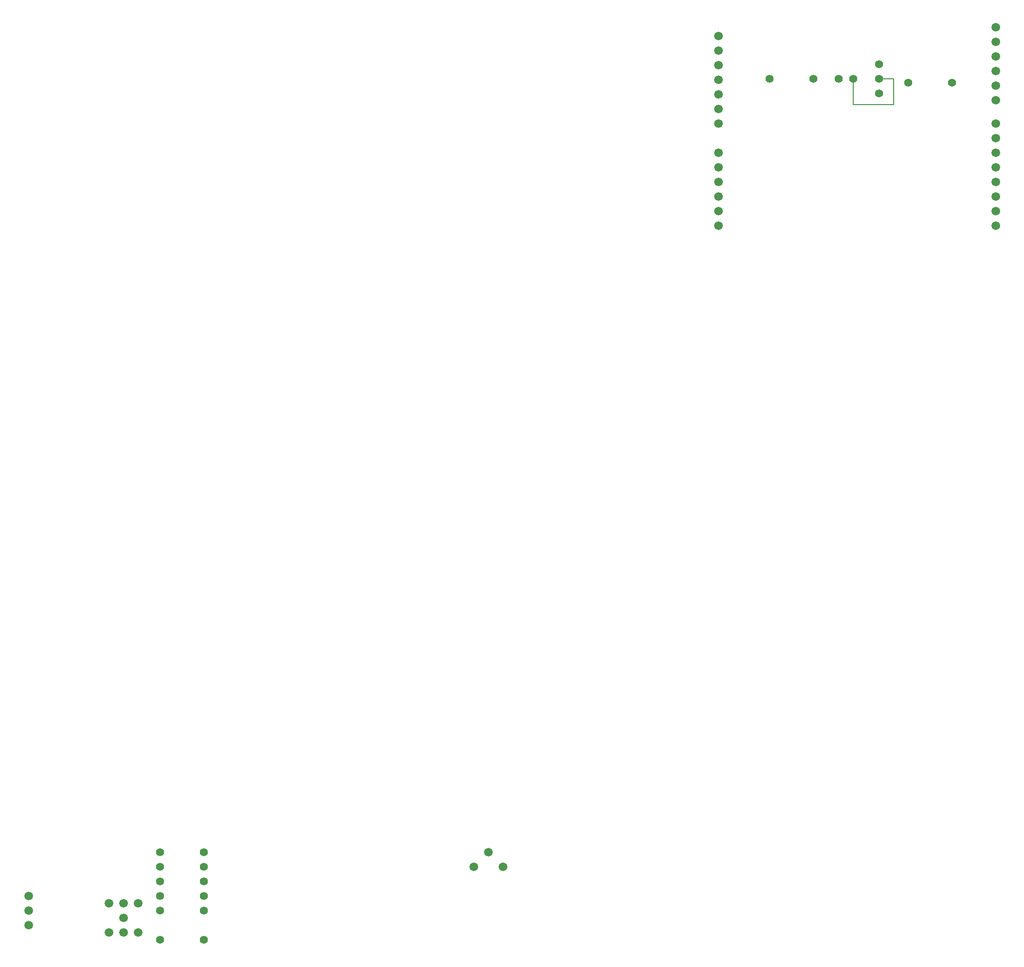
<source format=gbr>
G04 EAGLE Gerber RS-274X export*
G75*
%MOIN*%
%FSLAX35Y35*%
%LPD*%
%INSolder side*%
%IPPOS*%
%AMOC8*
5,1,8,0,0,1.08239X$1,22.5*%
G01*
G04 Define Apertures*
%ADD10C,0.059370*%
%ADD11C,0.056000*%
%ADD12C,0.006000*%
D10*
X377500Y214531D03*
X377500Y224531D03*
X377500Y234531D03*
X377500Y244531D03*
X377500Y254531D03*
X377500Y264531D03*
X377500Y284531D03*
X377500Y294531D03*
X377500Y304531D03*
X377500Y314531D03*
X377500Y324531D03*
X377500Y334531D03*
X377500Y344531D03*
X567500Y214531D03*
X567500Y224531D03*
X567500Y234531D03*
X567500Y244531D03*
X567500Y254531D03*
X567500Y264531D03*
X567500Y274531D03*
X567500Y284531D03*
X567500Y300531D03*
X567500Y310531D03*
X567500Y320531D03*
X567500Y330531D03*
X567500Y340531D03*
X567500Y350531D03*
D11*
X537500Y312500D03*
X507500Y312500D03*
X442500Y315000D03*
X412500Y315000D03*
X460000Y315000D03*
X470000Y315000D03*
X487500Y305000D03*
X487500Y315000D03*
X487500Y325000D03*
X-5000Y-215000D03*
X25000Y-215000D03*
X-5000Y-225000D03*
X25000Y-225000D03*
X-5000Y-235000D03*
X25000Y-235000D03*
X-5000Y-245000D03*
X25000Y-245000D03*
X-5000Y-255000D03*
X25000Y-255000D03*
X-5000Y-275000D03*
X25000Y-275000D03*
D10*
X-40000Y-250000D03*
X-30000Y-250000D03*
X-20000Y-250000D03*
X-30000Y-260000D03*
X-40000Y-270000D03*
X-30000Y-270000D03*
X-20000Y-270000D03*
X-95000Y-245000D03*
X-95000Y-255000D03*
X-95000Y-265000D03*
X210000Y-225000D03*
X230000Y-225000D03*
X220000Y-215000D03*
D12*
X470000Y297500D02*
X470000Y315000D01*
X470000Y297500D02*
X497500Y297500D01*
X497500Y315000D01*
X487500Y315000D01*
M02*

</source>
